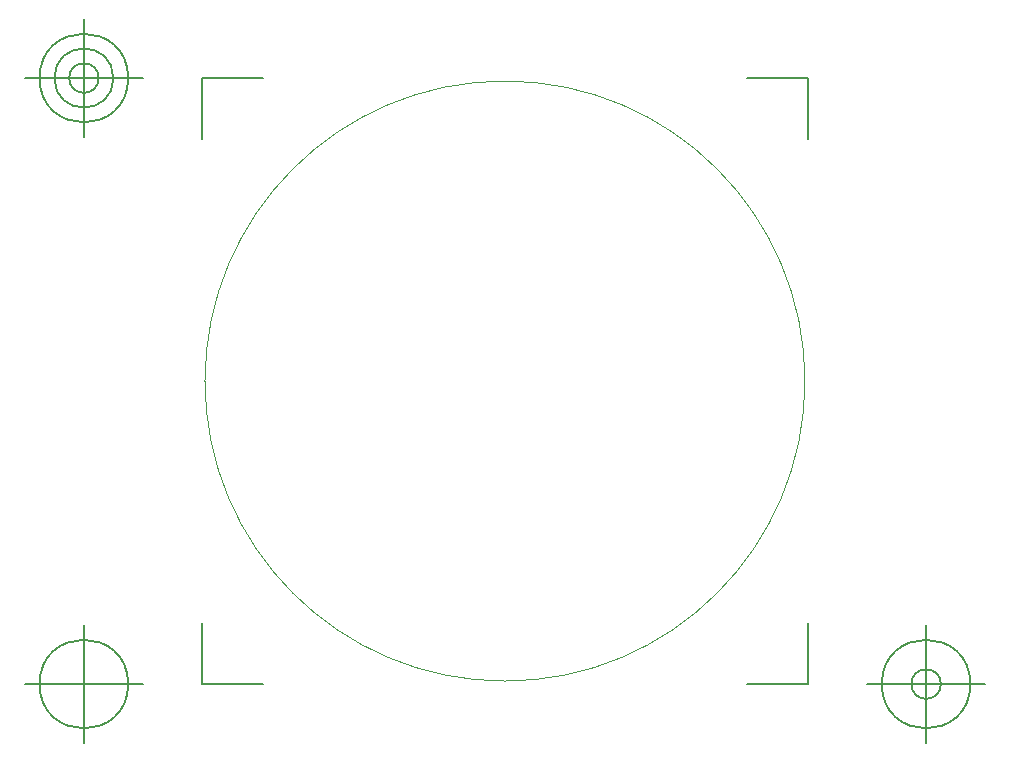
<source format=gbr>
G04 Generated by Ultiboard 13.0 *
%FSLAX25Y25*%
%MOIN*%

%ADD11C,0.00005*%
%ADD12C,0.00500*%


G04 ColorRGB 00FFFF for the following layer *
%LNBoard Outline*%
%LPD*%
G54D10*
G54D11*
X34500Y162500D02*
G75*
D01*
G02X34500Y162500I100000J0*
G01*
G54D12*
X33500Y61500D02*
X33500Y81700D01*
X33500Y61500D02*
X53700Y61500D01*
X235500Y61500D02*
X215300Y61500D01*
X235500Y61500D02*
X235500Y81700D01*
X235500Y263500D02*
X235500Y243300D01*
X235500Y263500D02*
X215300Y263500D01*
X33500Y263500D02*
X53700Y263500D01*
X33500Y263500D02*
X33500Y243300D01*
X13815Y61500D02*
X-25555Y61500D01*
X-5870Y41815D02*
X-5870Y81185D01*
X-20634Y61500D02*
G75*
D01*
G02X-20634Y61500I14764J0*
G01*
X255185Y61500D02*
X294555Y61500D01*
X274870Y41815D02*
X274870Y81185D01*
X260106Y61500D02*
G75*
D01*
G02X260106Y61500I14764J0*
G01*
X269949Y61500D02*
G75*
D01*
G02X269949Y61500I4921J0*
G01*
X13815Y263500D02*
X-25555Y263500D01*
X-5870Y243815D02*
X-5870Y283185D01*
X-20634Y263500D02*
G75*
D01*
G02X-20634Y263500I14764J0*
G01*
X-15713Y263500D02*
G75*
D01*
G02X-15713Y263500I9843J0*
G01*
X-10791Y263500D02*
G75*
D01*
G02X-10791Y263500I4921J0*
G01*

M02*

</source>
